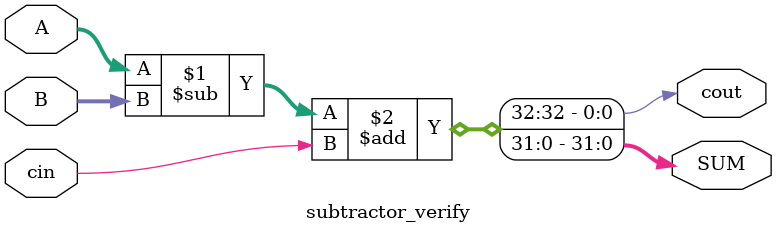
<source format=v>
`timescale 1ns / 1ps


module subtractor_verify #(parameter SIZE = 32) (
    input [SIZE-1:0] A,
    input [SIZE-1:0] B,
    input cin,
    output [SIZE-1:0] SUM,
    output cout
    );
    
   assign {cout,SUM} = A - B + cin;
    
endmodule

</source>
